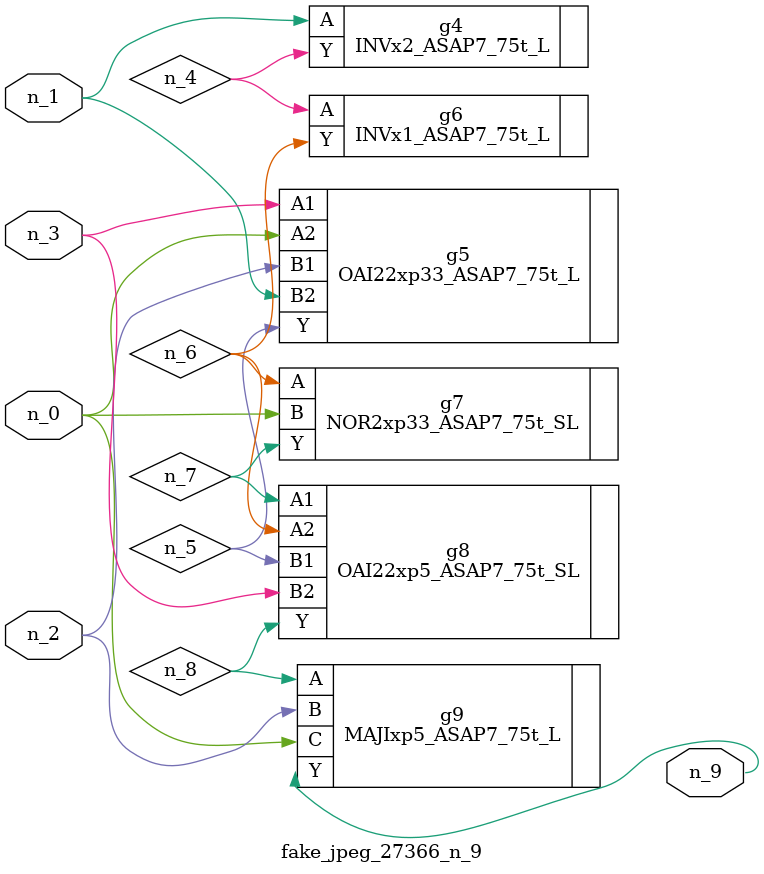
<source format=v>
module fake_jpeg_27366_n_9 (n_0, n_3, n_2, n_1, n_9);

input n_0;
input n_3;
input n_2;
input n_1;

output n_9;

wire n_4;
wire n_8;
wire n_6;
wire n_5;
wire n_7;

INVx2_ASAP7_75t_L g4 ( 
.A(n_1),
.Y(n_4)
);

OAI22xp33_ASAP7_75t_L g5 ( 
.A1(n_3),
.A2(n_0),
.B1(n_2),
.B2(n_1),
.Y(n_5)
);

INVx1_ASAP7_75t_L g6 ( 
.A(n_4),
.Y(n_6)
);

NOR2xp33_ASAP7_75t_SL g7 ( 
.A(n_6),
.B(n_0),
.Y(n_7)
);

OAI22xp5_ASAP7_75t_SL g8 ( 
.A1(n_7),
.A2(n_6),
.B1(n_5),
.B2(n_3),
.Y(n_8)
);

MAJIxp5_ASAP7_75t_L g9 ( 
.A(n_8),
.B(n_2),
.C(n_0),
.Y(n_9)
);


endmodule
</source>
